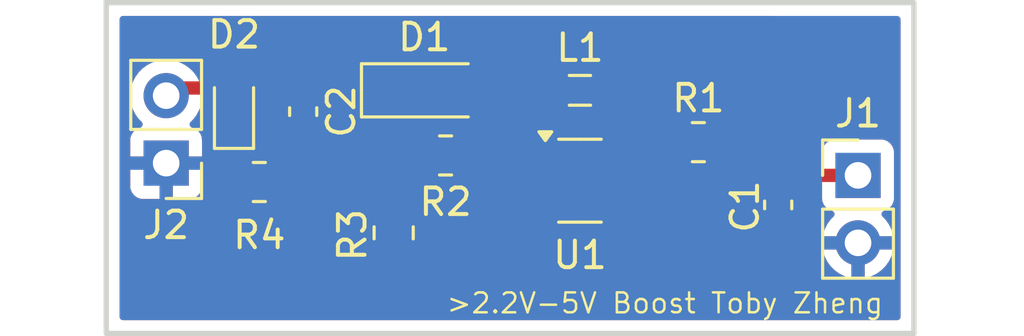
<source format=kicad_pcb>
(kicad_pcb (version 20241229) (generator "pcbnew") (generator_version "9.0")
  (layers (0 "F.Cu" signal) (2 "B.Cu" signal) (13 "F.Paste" user) (15 "B.Paste" user) (5 "F.SilkS" user "F.Silkscreen") (7 "B.SilkS" user "B.Silkscreen") (1 "F.Mask" user) (3 "B.Mask" user) (25 "Edge.Cuts" user))
  (net 0 "")
  (net 1 "VCC")
  (net 2 "GND")
  (net 3 "+5V")
  (net 4 "Net-(D1-A)")
  (net 5 "Net-(D2-K)")
  (net 6 "Net-(U1-OC)")
  (net 7 "Net-(U1-FB)")
  (footprint "Diode_SMD:D_SOD-123" (layer "F.Cu") (at 79.95 43.8)
    (property "Reference" "D1" (at 0 -2 0) (layer "F.SilkS"))
    (property "Value" "D_Schottky")
    (fp_line (start -2.36 -1) (end -2.36 1) (stroke (width 0.12)) (layer "F.SilkS"))
    (fp_line (start -2.36 -1) (end 1.65 -1) (stroke (width 0.12)) (layer "F.SilkS"))
    (fp_line (start -2.36 1) (end 1.65 1) (stroke (width 0.12)) (layer "F.SilkS"))
    (pad "1" smd roundrect (at -1.65 0) (size 0.9 1.2) (layers "F.Cu" "F.Mask" "F.Paste") (net 3 "+5V"))
    (pad "2" smd roundrect (at 1.65 0) (size 0.9 1.2) (layers "F.Cu" "F.Mask" "F.Paste") (net 4 "Net-(D1-A)"))
  )
  (footprint "Capacitor_SMD:C_0603_1608Metric_Pad1.08x0.95mm_HandSolder" (layer "F.Cu") (at 75.4 44.6 -90)
    (property "Reference" "C2" (at 0 -1.43 90) (layer "F.SilkS"))
    (property "Value" "22u")
    (fp_line (start -0.146267 0.51) (end 0.146267 0.51) (stroke (width 0.12)) (layer "F.SilkS"))
    (fp_line (start -0.146267 -0.51) (end 0.146267 -0.51) (stroke (width 0.12)) (layer "F.SilkS"))
    (pad "1" smd roundrect (at -0.8625 0 270) (size 1.075 0.95) (layers "F.Cu" "F.Mask" "F.Paste") (net 3 "+5V"))
    (pad "2" smd roundrect (at 0.8625 0 270) (size 1.075 0.95) (layers "F.Cu" "F.Mask" "F.Paste") (net 2 "GND"))
  )
  (footprint "Resistor_SMD:R_0805_2012Metric" (layer "F.Cu") (at 90.25 45.75)
    (property "Reference" "R1" (at 0 -1.65 0) (layer "F.SilkS"))
    (property "Value" "20k")
    (fp_line (start -0.227064 -0.735) (end 0.227064 -0.735) (stroke (width 0.12)) (layer "F.SilkS"))
    (fp_line (start -0.227064 0.735) (end 0.227064 0.735) (stroke (width 0.12)) (layer "F.SilkS"))
    (pad "1" smd roundrect (at -0.9125 0) (size 1.025 1.4) (layers "F.Cu" "F.Mask" "F.Paste") (roundrect_rratio 0.243902) (net 6 "Net-(U1-OC)"))
    (pad "2" smd roundrect (at 0.9125 0) (size 1.025 1.4) (layers "F.Cu" "F.Mask" "F.Paste") (roundrect_rratio 0.243902) (net 2 "GND"))
  )
  (footprint "Connector_PinHeader_2.54mm:PinHeader_1x02_P2.54mm_Vertical" (layer "F.Cu") (at 70.25 46.54 180)
    (property "Reference" "J2" (at 0 -2.33 0) (layer "F.SilkS"))
    (property "Value" "Conn_01x02_Pin")
    (fp_line (start 1.33 1.27) (end 1.33 3.87) (stroke (width 0.12)) (layer "F.SilkS"))
    (fp_line (start -1.33 3.87) (end 1.33 3.87) (stroke (width 0.12)) (layer "F.SilkS"))
    (fp_line (start -1.33 1.27) (end 1.33 1.27) (stroke (width 0.12)) (layer "F.SilkS"))
    (fp_line (start -1.33 1.27) (end -1.33 3.87) (stroke (width 0.12)) (layer "F.SilkS"))
    (fp_line (start -1.33 0) (end -1.33 -1.33) (stroke (width 0.12)) (layer "F.SilkS"))
    (fp_line (start -1.33 -1.33) (end 0 -1.33) (stroke (width 0.12)) (layer "F.SilkS"))
    (pad "1" thru_hole rect (at 0 0 180) (size 1.7 1.7) (drill 1) (layers "*.Cu" "*.Mask") (net 2 "GND"))
    (pad "2" thru_hole oval (at 0 2.54 180) (size 1.7 1.7) (drill 1) (layers "*.Cu" "*.Mask") (net 3 "+5V"))
  )
  (footprint "Package_TO_SOT_SMD:SOT-23-6" (layer "F.Cu") (at 85.8 47.2)
    (property "Reference" "U1" (at 0 2.8 0) (layer "F.SilkS"))
    (property "Value" "~")
    (fp_line (start 0 -1.56) (end -0.8 -1.56) (stroke (width 0.12)) (layer "F.SilkS"))
    (fp_line (start 0 -1.56) (end 0.8 -1.56) (stroke (width 0.12)) (layer "F.SilkS"))
    (fp_line (start 0 1.56) (end -0.8 1.56) (stroke (width 0.12)) (layer "F.SilkS"))
    (fp_line (start 0 1.56) (end 0.8 1.56) (stroke (width 0.12)) (layer "F.SilkS"))
    (fp_poly (pts (xy -1.3 -1.51) (xy -1.54 -1.84) (xy -1.06 -1.84) (xy -1.3 -1.51)) (stroke (width 0.12)) (fill yes) (layer "F.SilkS"))
    (pad "1" smd roundrect (at -1.1375 -0.95) (size 1.325 0.6) (layers "F.Cu" "F.Mask" "F.Paste") (net 4 "Net-(D1-A)"))
    (pad "2" smd roundrect (at -1.1375 0) (size 1.325 0.6) (layers "F.Cu" "F.Mask" "F.Paste") (net 2 "GND"))
    (pad "3" smd roundrect (at -1.1375 0.95) (size 1.325 0.6) (layers "F.Cu" "F.Mask" "F.Paste") (net 7 "Net-(U1-FB)"))
    (pad "4" smd roundrect (at 1.1375 0.95) (size 1.325 0.6) (layers "F.Cu" "F.Mask" "F.Paste") (net 1 "VCC"))
    (pad "5" smd roundrect (at 1.1375 0) (size 1.325 0.6) (layers "F.Cu" "F.Mask" "F.Paste") (net 1 "VCC"))
    (pad "6" smd roundrect (at 1.1375 -0.95) (size 1.325 0.6) (layers "F.Cu" "F.Mask" "F.Paste") (net 6 "Net-(U1-OC)"))
  )
  (footprint "Resistor_SMD:R_0805_2012Metric" (layer "F.Cu") (at 78.8 49.1625 -90)
    (property "Reference" "R3" (at 0.0875 1.55 90) (layer "F.SilkS"))
    (property "Value" "15k")
    (fp_line (start -0.227064 0.735) (end 0.227064 0.735) (stroke (width 0.12)) (layer "F.SilkS"))
    (fp_line (start -0.227064 -0.735) (end 0.227064 -0.735) (stroke (width 0.12)) (layer "F.SilkS"))
    (pad "1" smd roundrect (at -0.9125 0 270) (size 1.025 1.4) (layers "F.Cu" "F.Mask" "F.Paste") (roundrect_rratio 0.243902) (net 7 "Net-(U1-FB)"))
    (pad "2" smd roundrect (at 0.9125 0 270) (size 1.025 1.4) (layers "F.Cu" "F.Mask" "F.Paste") (roundrect_rratio 0.243902) (net 2 "GND"))
  )
  (footprint "Resistor_SMD:R_0805_2012Metric" (layer "F.Cu") (at 73.75 47.25)
    (property "Reference" "R4" (at 0 2 0) (layer "F.SilkS"))
    (property "Value" "1k")
    (fp_line (start -0.227064 -0.735) (end 0.227064 -0.735) (stroke (width 0.12)) (layer "F.SilkS"))
    (fp_line (start -0.227064 0.735) (end 0.227064 0.735) (stroke (width 0.12)) (layer "F.SilkS"))
    (pad "1" smd roundrect (at -0.9125 0) (size 1.025 1.4) (layers "F.Cu" "F.Mask" "F.Paste") (roundrect_rratio 0.243902) (net 5 "Net-(D2-K)"))
    (pad "2" smd roundrect (at 0.9125 0) (size 1.025 1.4) (layers "F.Cu" "F.Mask" "F.Paste") (roundrect_rratio 0.243902) (net 2 "GND"))
  )
  (footprint "Connector_PinHeader_2.54mm:PinHeader_1x02_P2.54mm_Vertical" (layer "F.Cu") (at 96.25 47)
    (property "Reference" "J1" (at 0 -2.33 0) (layer "F.SilkS"))
    (property "Value" "Conn_01x02_Pin")
    (fp_line (start -1.33 -1.33) (end 0 -1.33) (stroke (width 0.12)) (layer "F.SilkS"))
    (fp_line (start -1.33 0) (end -1.33 -1.33) (stroke (width 0.12)) (layer "F.SilkS"))
    (fp_line (start -1.33 1.27) (end -1.33 3.87) (stroke (width 0.12)) (layer "F.SilkS"))
    (fp_line (start -1.33 1.27) (end 1.33 1.27) (stroke (width 0.12)) (layer "F.SilkS"))
    (fp_line (start -1.33 3.87) (end 1.33 3.87) (stroke (width 0.12)) (layer "F.SilkS"))
    (fp_line (start 1.33 1.27) (end 1.33 3.87) (stroke (width 0.12)) (layer "F.SilkS"))
    (pad "1" thru_hole rect (at 0 0) (size 1.7 1.7) (drill 1) (layers "*.Cu" "*.Mask") (net 1 "VCC"))
    (pad "2" thru_hole oval (at 0 2.54) (size 1.7 1.7) (drill 1) (layers "*.Cu" "*.Mask") (net 2 "GND"))
  )
  (footprint "Inductor_SMD:L_0805_2012Metric" (layer "F.Cu") (at 85.8 43.8 180)
    (property "Reference" "L1" (at 0 1.6 0) (layer "F.SilkS"))
    (property "Value" "4.7u")
    (fp_line (start -0.399622 0.56) (end 0.399622 0.56) (stroke (width 0.12)) (layer "F.SilkS"))
    (fp_line (start -0.399622 -0.56) (end 0.399622 -0.56) (stroke (width 0.12)) (layer "F.SilkS"))
    (pad "1" smd roundrect (at -1.0625 0 180) (size 0.875 1.2) (layers "F.Cu" "F.Mask" "F.Paste") (net 1 "VCC"))
    (pad "2" smd roundrect (at 1.0625 0 180) (size 0.875 1.2) (layers "F.Cu" "F.Mask" "F.Paste") (net 4 "Net-(D1-A)"))
  )
  (footprint "LED_SMD:LED_0603_1608Metric" (layer "F.Cu") (at 72.8 44.5 90)
    (property "Reference" "D2" (at 2.8 0 180) (layer "F.SilkS"))
    (property "Value" "LED")
    (fp_line (start 0.8 -0.735) (end -1.485 -0.735) (stroke (width 0.12)) (layer "F.SilkS"))
    (fp_line (start -1.485 -0.735) (end -1.485 0.735) (stroke (width 0.12)) (layer "F.SilkS"))
    (fp_line (start -1.485 0.735) (end 0.8 0.735) (stroke (width 0.12)) (layer "F.SilkS"))
    (pad "1" smd roundrect (at -0.7875 0 90) (size 0.875 0.95) (layers "F.Cu" "F.Mask" "F.Paste") (net 5 "Net-(D2-K)"))
    (pad "2" smd roundrect (at 0.7875 0 90) (size 0.875 0.95) (layers "F.Cu" "F.Mask" "F.Paste") (net 3 "+5V"))
  )
  (footprint "Resistor_SMD:R_0805_2012Metric" (layer "F.Cu") (at 80.75 46.25)
    (property "Reference" "R2" (at 0 1.75 0) (layer "F.SilkS"))
    (property "Value" "110k")
    (fp_line (start -0.227064 -0.735) (end 0.227064 -0.735) (stroke (width 0.12)) (layer "F.SilkS"))
    (fp_line (start -0.227064 0.735) (end 0.227064 0.735) (stroke (width 0.12)) (layer "F.SilkS"))
    (pad "1" smd roundrect (at -0.9125 0) (size 1.025 1.4) (layers "F.Cu" "F.Mask" "F.Paste") (roundrect_rratio 0.243902) (net 3 "+5V"))
    (pad "2" smd roundrect (at 0.9125 0) (size 1.025 1.4) (layers "F.Cu" "F.Mask" "F.Paste") (roundrect_rratio 0.243902) (net 7 "Net-(U1-FB)"))
  )
  (footprint "Capacitor_SMD:C_0603_1608Metric_Pad1.08x0.95mm_HandSolder" (layer "F.Cu") (at 93.25 48.1125 -90)
    (property "Reference" "C1" (at 0.0625 1.25 270) (layer "F.SilkS"))
    (property "Value" "22u")
    (fp_line (start -0.146267 0.51) (end 0.146267 0.51) (stroke (width 0.12)) (layer "F.SilkS"))
    (fp_line (start -0.146267 -0.51) (end 0.146267 -0.51) (stroke (width 0.12)) (layer "F.SilkS"))
    (pad "1" smd roundrect (at -0.8625 0 270) (size 1.075 0.95) (layers "F.Cu" "F.Mask" "F.Paste") (net 1 "VCC"))
    (pad "2" smd roundrect (at 0.8625 0 270) (size 1.075 0.95) (layers "F.Cu" "F.Mask" "F.Paste") (net 2 "GND"))
  )
  (gr_rect (start 68 40.5) (end 98.35 52.95) (stroke (width 0.2)) (fill no) (layer "Edge.Cuts"))
  (gr_text ">2.2V-5V Boost Toby Zheng" (at 97.25 52.25 0) (layer "F.SilkS") (effects (font (size 0.75 0.75) (thickness 0.09375)) (justify right bottom)))
  (segment (start 93.25 44.75) (end 92.25 43.75) (width 0.5) (layer "F.Cu") (net 1))
  (segment (start 89.05 48.15) (end 90 47.2) (width 0.5) (layer "F.Cu") (net 1))
  (segment (start 86.9375 47.2) (end 90 47.2) (width 0.5) (layer "F.Cu") (net 1))
  (segment (start 92.25 43.75) (end 90.973292 43.75) (width 0.5) (layer "F.Cu") (net 1))
  (segment (start 90.973292 43.75) (end 90.923292 43.8) (width 0.5) (layer "F.Cu") (net 1))
  (segment (start 90.2 47) (end 96.25 47) (width 0.5) (layer "F.Cu") (net 1))
  (segment (start 93.25 47.25) (end 93.25 44.75) (width 0.5) (layer "F.Cu") (net 1))
  (segment (start 90 47.2) (end 90.2 47) (width 0.5) (layer "F.Cu") (net 1))
  (segment (start 90.923292 43.8) (end 86.8625 43.8) (width 0.5) (layer "F.Cu") (net 1))
  (segment (start 96.25 47) (end 95.525 47) (width 0.5) (layer "F.Cu") (net 1))
  (segment (start 86.9375 48.15) (end 89.05 48.15) (width 0.5) (layer "F.Cu") (net 1))
  (segment (start 72.8 43.7125) (end 70.5375 43.7125) (width 0.5) (layer "F.Cu") (net 3))
  (segment (start 78.3 43.8) (end 78.3 45.9875) (width 0.5) (layer "F.Cu") (net 3))
  (segment (start 78.2375 43.7375) (end 78.3 43.8) (width 0.5) (layer "F.Cu") (net 3))
  (segment (start 78.3 45.9875) (end 78.8 46.4875) (width 0.5) (layer "F.Cu") (net 3))
  (segment (start 72.8 43.7125) (end 75.375 43.7125) (width 0.5) (layer "F.Cu") (net 3))
  (segment (start 75.375 43.7125) (end 75.4 43.7375) (width 0.5) (layer "F.Cu") (net 3))
  (segment (start 75.4 43.7375) (end 78.2375 43.7375) (width 0.5) (layer "F.Cu") (net 3))
  (segment (start 70.5375 43.7125) (end 70.25 44) (width 0.5) (layer "F.Cu") (net 3))
  (segment (start 81.6 43.8) (end 84.7375 43.8) (width 0.5) (layer "F.Cu") (net 4))
  (segment (start 72.8 45.2875) (end 72.8 46.7125) (width 0.5) (layer "F.Cu") (net 5))
  (segment (start 72.8 46.7125) (end 72.8375 46.75) (width 0.5) (layer "F.Cu") (net 5))
  (segment (start 72.8375 46.75) (end 72.8375 47.25) (width 0.5) (layer "F.Cu") (net 5))
  (segment (start 88.8375 46.25) (end 89.3375 45.75) (width 0.5) (layer "F.Cu") (net 6))
  (segment (start 86.9375 46.25) (end 88.8375 46.25) (width 0.5) (layer "F.Cu") (net 6))
  (segment (start 82.25 46.25) (end 81.6625 46.25) (width 0.5) (layer "F.Cu") (net 7))
  (segment (start 84.4635 47.951) (end 83.8969 47.951) (width 0.5) (layer "F.Cu") (net 7))
  (segment (start 83.549 47.549) (end 82.25 46.25) (width 0.5) (layer "F.Cu") (net 7))
  (segment (start 83.549 47.6031) (end 83.549 47.549) (width 0.5) (layer "F.Cu") (net 7))
  (segment (start 83.8969 47.951) (end 83.549 47.6031) (width 0.5) (layer "F.Cu") (net 7))
  (segment (start 81.6625 46.25) (end 81.4125 46.25) (width 0.5) (layer "F.Cu") (net 7))
  (segment (start 81 48) (end 80.75 48.25) (width 0.5) (layer "F.Cu") (net 7))
  (segment (start 84.6625 48.15) (end 84.4635 47.951) (width 0.5) (layer "F.Cu") (net 7))
  (segment (start 81.4125 46.25) (end 81 46.6625) (width 0.5) (layer "F.Cu") (net 7))
  (segment (start 80.75 48.25) (end 78.8 48.25) (width 0.5) (layer "F.Cu") (net 7))
  (segment (start 81 46.6625) (end 81 48) (width 0.5) (layer "F.Cu") (net 7))
  (zone (net 2) (net_name "GND") (layer "F.Cu") (connect_pads (clearance 0.5)) (min_thickness 0.25) (fill yes (thermal_gap 0.5) (thermal_bridge_width 0.5))
    (polygon (pts (xy 68.25 40.82065) (xy 98 41.036229) (xy 98 52.5) (xy 68.25 52.5)))
  )
  (zone (net 2) (net_name "GND") (layer "B.Cu") (priority 1) (connect_pads (clearance 0.5)) (min_thickness 0.25) (fill yes (thermal_gap 0.5) (thermal_bridge_width 0.5))
    (polygon (pts (xy 68 40.5) (xy 68 53) (xy 98.25 53) (xy 98.25 40.5)))
  )
)
</source>
